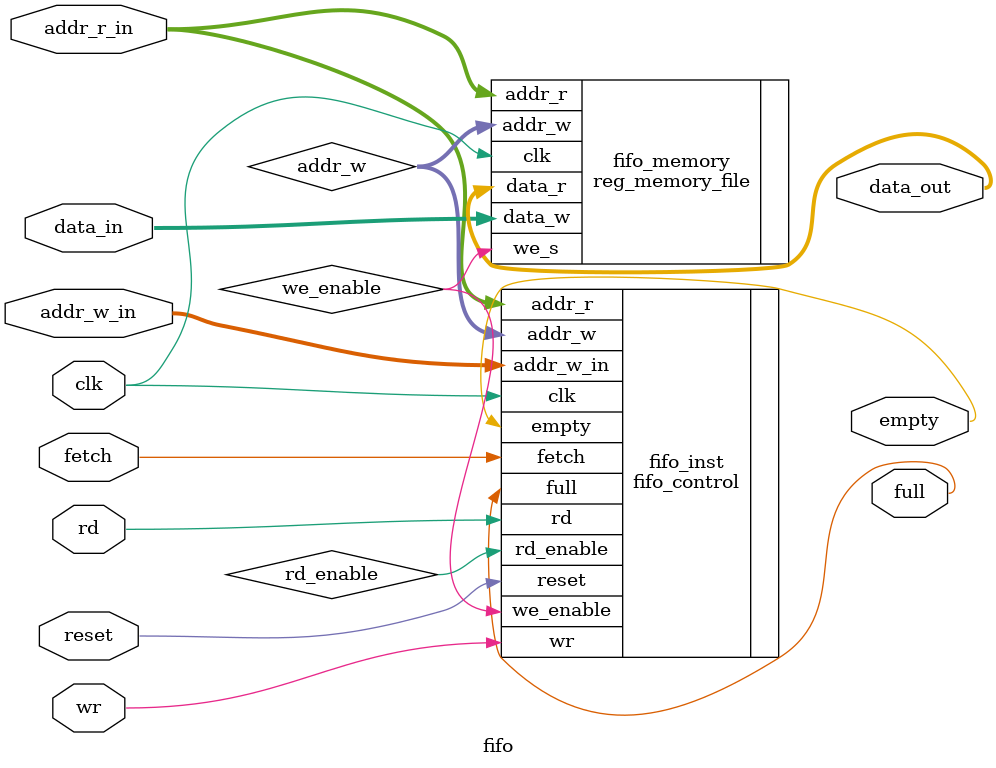
<source format=v>
`timescale 1ns / 1ps


module fifo#(
parameter addr_size=12,
 word_width=8
)(
     input clk,
     input reset,
     input rd,
     input fetch,
     input wr, 
     input  [word_width-1:0] data_in,
     input  [addr_size-1:0] addr_r_in,
     input  [addr_size-1:0] addr_w_in,//write address
     output [word_width-1:0] data_out,
     output full,
     output empty

    );
    
          //declaration needed  
      wire [addr_size-1:0] addr_w ;
      wire we_enable , rd_enable ;
      
   
    
    fifo_control #(
        .addr_size (addr_size),
        .word_width (word_width)
      ) fifo_inst (
        .clk (clk),
        .reset (reset),
        .rd (rd),
        .wr (wr),
        .fetch(fetch),
        .addr_w_in(addr_w_in),
        .addr_r (addr_r_in),
        .addr_w (addr_w),
        .full (full),
        .empty (empty),
        .we_enable(we_enable),
        .rd_enable(rd_enable)
      );
    
    
     reg_memory_file#(addr_size,word_width) fifo_memory (.we_s(we_enable), .clk(clk),.addr_r(addr_r_in),
             .addr_w(addr_w),.data_w(data_in),.data_r(data_out) ); 
             


endmodule

</source>
